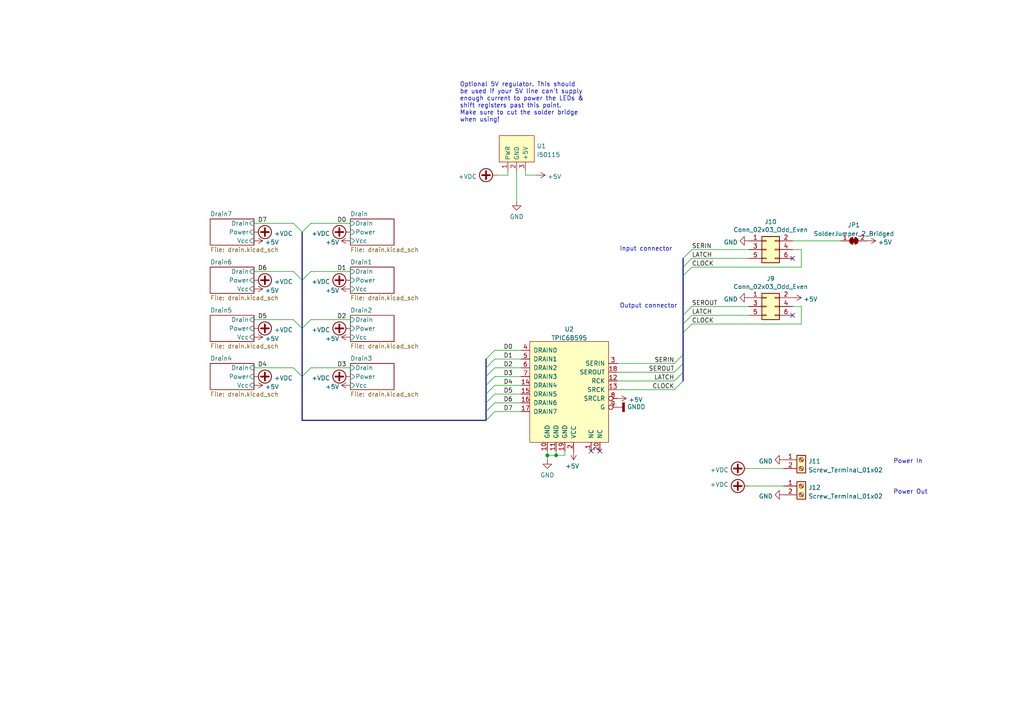
<source format=kicad_sch>
(kicad_sch (version 20211123) (generator eeschema)
  (paper "A4")
  (title_block (title "Power Shift Register - Daughter Board") (date "2022-03-18") (rev "0") (company "Science Museum of Minnesota") (comment 1 "Author: Kate Swanson"))
  (lib_symbols
    (symbol "+5V_1" (power) (pin_names (offset 0))
      (property "Value" "+5V_1" (at 0 3.556 0))
      (symbol "+5V_1_0_1"
        (polyline (pts (xy -0.762 1.27) (xy 0 2.54)))
        (polyline (pts (xy 0 0) (xy 0 2.54)))
        (polyline (pts (xy 0 2.54) (xy 0.762 1.27)))
      )
      (symbol "+5V_1_1_1"
        (pin power_in line (at 0 0 90) (length 0) hide (name "+5V") (number "1"))
      )
    )
    (symbol "+5V_2" (power) (pin_names (offset 0))
      (property "Value" "+5V_2" (at 0 3.556 0))
      (symbol "+5V_2_0_1"
        (polyline (pts (xy -0.762 1.27) (xy 0 2.54)))
        (polyline (pts (xy 0 0) (xy 0 2.54)))
        (polyline (pts (xy 0 2.54) (xy 0.762 1.27)))
      )
      (symbol "+5V_2_1_1"
        (pin power_in line (at 0 0 90) (length 0) hide (name "+5V") (number "1"))
      )
    )
    (symbol "+5V_4" (power) (pin_names (offset 0))
      (property "Value" "+5V_4" (at 0 3.556 0))
      (symbol "+5V_4_0_1"
        (polyline (pts (xy -0.762 1.27) (xy 0 2.54)))
        (polyline (pts (xy 0 0) (xy 0 2.54)))
        (polyline (pts (xy 0 2.54) (xy 0.762 1.27)))
      )
      (symbol "+5V_4_1_1"
        (pin power_in line (at 0 0 90) (length 0) hide (name "+5V") (number "1"))
      )
    )
    (symbol "Connector:Screw_Terminal_01x02" (pin_names (offset 1.016) hide)
      (property "Reference" "J" (at 0 2.54 0))
      (property "Value" "Screw_Terminal_01x02" (at 0 -5.08 0))
      (symbol "Screw_Terminal_01x02_1_1"
        (rectangle (start -1.27 1.27) (end 1.27 -3.81) (stroke (width 0.254)) (fill (type background)))
        (circle (center 0 -2.54) (radius 0.635) (stroke (width 0.1524)))
        (polyline (pts (xy -0.5334 -2.2098) (xy 0.3302 -3.048)) (stroke (width 0.1524)))
        (polyline (pts (xy -0.5334 0.3302) (xy 0.3302 -0.508)) (stroke (width 0.1524)))
        (polyline (pts (xy -0.3556 -2.032) (xy 0.508 -2.8702)) (stroke (width 0.1524)))
        (polyline (pts (xy -0.3556 0.508) (xy 0.508 -0.3302)) (stroke (width 0.1524)))
        (circle (center 0 0) (radius 0.635) (stroke (width 0.1524)))
        (pin passive line (at -5.08 0 0) (length 3.81) (name "Pin_1") (number "1"))
        (pin passive line (at -5.08 -2.54 0) (length 3.81) (name "Pin_2") (number "2"))
      )
    )
    (symbol "Connector_Generic:Conn_02x03_Odd_Even" (pin_names (offset 1.016) hide)
      (property "Reference" "J" (at 1.27 5.08 0))
      (property "Value" "Connector_Generic_Conn_02x03_Odd_Even" (at 1.27 -5.08 0))
      (symbol "Conn_02x03_Odd_Even_1_1"
        (rectangle (start -1.27 -2.413) (end 0 -2.667) (stroke (width 0.1524)))
        (rectangle (start -1.27 0.127) (end 0 -0.127) (stroke (width 0.1524)))
        (rectangle (start -1.27 2.667) (end 0 2.413) (stroke (width 0.1524)))
        (rectangle (start -1.27 3.81) (end 3.81 -3.81) (stroke (width 0.254)) (fill (type background)))
        (rectangle (start 3.81 -2.413) (end 2.54 -2.667) (stroke (width 0.1524)))
        (rectangle (start 3.81 0.127) (end 2.54 -0.127) (stroke (width 0.1524)))
        (rectangle (start 3.81 2.667) (end 2.54 2.413) (stroke (width 0.1524)))
        (pin passive line (at -5.08 2.54 0) (length 3.81) (name "Pin_1") (number "1"))
        (pin passive line (at 7.62 2.54 180) (length 3.81) (name "Pin_2") (number "2"))
        (pin passive line (at -5.08 0 0) (length 3.81) (name "Pin_3") (number "3"))
        (pin passive line (at 7.62 0 180) (length 3.81) (name "Pin_4") (number "4"))
        (pin passive line (at -5.08 -2.54 0) (length 3.81) (name "Pin_5") (number "5"))
        (pin passive line (at 7.62 -2.54 180) (length 3.81) (name "Pin_6") (number "6"))
      )
    )
    (symbol "Jumper:SolderJumper_2_Bridged" (pin_names (offset 0) hide)
      (property "Reference" "JP" (at 0 2.032 0))
      (property "Value" "SolderJumper_2_Bridged" (at 0 -2.54 0))
      (symbol "SolderJumper_2_Bridged_0_1"
        (rectangle (start -0.508 0.508) (end 0.508 -0.508) (fill (type outline)))
        (arc (start -0.254 1.016) (mid -1.27 0) (end -0.254 -1.016))
        (arc (start -0.254 1.016) (mid -1.27 0) (end -0.254 -1.016) (fill (type outline)))
        (polyline (pts (xy -0.254 1.016) (xy -0.254 -1.016)))
        (polyline (pts (xy 0.254 1.016) (xy 0.254 -1.016)))
        (arc (start 0.254 -1.016) (mid 1.27 0) (end 0.254 1.016))
        (arc (start 0.254 -1.016) (mid 1.27 0) (end 0.254 1.016) (fill (type outline)))
      )
      (symbol "SolderJumper_2_Bridged_1_1"
        (pin passive line (at -3.81 0 0) (length 2.54) (name "A") (number "1"))
        (pin passive line (at 3.81 0 180) (length 2.54) (name "B") (number "2"))
      )
    )
    (symbol "SMM:I50115"
      (property "Reference" "U" (at 0 0 0))
      (property "Value" "I50115" (at 0 -2.54 0))
      (symbol "I50115_0_1"
        (rectangle (start -5.08 -1.27) (end 5.08 -8.89) (stroke (width 0.1524)) (fill (type background)))
      )
      (symbol "I50115_1_1"
        (pin power_in line (at -2.54 -11.43 90) (length 2.54) (name "PWR") (number "1"))
        (pin unspecified line (at 0 -11.43 90) (length 2.54) (name "GND") (number "2"))
        (pin power_out line (at 2.54 -11.43 90) (length 2.54) (name "+5V") (number "3"))
      )
    )
    (symbol "SMM:TPIC6B595" (pin_names (offset 1.016))
      (property "Reference" "U" (at 0 0 0))
      (property "Value" "TPIC6B595" (at 0 -12.7 90))
      (symbol "TPIC6B595_0_1"
        (rectangle (start -11.43 -1.27) (end 11.43 -30.48) (fill (type background)))
      )
      (symbol "TPIC6B595_1_1"
        (pin power_in line (at 6.35 -33.02 90) (length 2.54) (name "NC") (number "1"))
        (pin power_in line (at -6.35 -33.02 90) (length 2.54) (name "GND") (number "10"))
        (pin power_in line (at -3.81 -33.02 90) (length 2.54) (name "GND") (number "11"))
        (pin input line (at 13.97 -12.7 180) (length 2.54) (name "RCK") (number "12"))
        (pin input line (at 13.97 -15.24 180) (length 2.54) (name "SRCK") (number "13"))
        (pin open_collector line (at -13.97 -13.97 0) (length 2.54) (name "DRAIN4") (number "14"))
        (pin open_collector line (at -13.97 -16.51 0) (length 2.54) (name "DRAIN5") (number "15"))
        (pin open_collector line (at -13.97 -19.05 0) (length 2.54) (name "DRAIN6") (number "16"))
        (pin open_collector line (at -13.97 -21.59 0) (length 2.54) (name "DRAIN7") (number "17"))
        (pin output line (at 13.97 -10.16 180) (length 2.54) (name "SEROUT") (number "18"))
        (pin power_in line (at -1.27 -33.02 90) (length 2.54) (name "GND") (number "19"))
        (pin power_in line (at 1.27 -33.02 90) (length 2.54) (name "VCC") (number "2"))
        (pin power_in line (at 8.89 -33.02 90) (length 2.54) (name "NC") (number "20"))
        (pin input line (at 13.97 -7.62 180) (length 2.54) (name "SERIN") (number "3"))
        (pin open_collector line (at -13.97 -3.81 0) (length 2.54) (name "DRAIN0") (number "4"))
        (pin open_collector line (at -13.97 -6.35 0) (length 2.54) (name "DRAIN1") (number "5"))
        (pin open_collector line (at -13.97 -8.89 0) (length 2.54) (name "DRAIN2") (number "6"))
        (pin open_collector line (at -13.97 -11.43 0) (length 2.54) (name "DRAIN3") (number "7"))
        (pin input inverted (at 13.97 -17.78 180) (length 2.54) (name "SRCLR") (number "8"))
        (pin input inverted (at 13.97 -20.32 180) (length 2.54) (name "G") (number "9"))
      )
    )
    (symbol "power:+5V" (power) (pin_names (offset 0))
      (property "Value" "power_+5V" (at 0 3.556 0))
      (symbol "+5V_0_1"
        (polyline (pts (xy -0.762 1.27) (xy 0 2.54)))
        (polyline (pts (xy 0 0) (xy 0 2.54)))
        (polyline (pts (xy 0 2.54) (xy 0.762 1.27)))
      )
      (symbol "+5V_1_1"
        (pin power_in line (at 0 0 90) (length 0) hide (name "+5V") (number "1"))
      )
    )
    (symbol "power:+VDC" (power) (pin_names (offset 0))
      (property "Value" "+VDC" (at 0 6.35 0))
      (symbol "+VDC_0_1"
        (polyline (pts (xy -1.143 3.175) (xy 1.143 3.175)) (stroke (width 0.508)))
        (polyline (pts (xy 0 0) (xy 0 1.27)))
        (polyline (pts (xy 0 2.032) (xy 0 4.318)) (stroke (width 0.508)))
        (circle (center 0 3.175) (radius 1.905) (stroke (width 0.254)))
      )
      (symbol "+VDC_1_1"
        (pin power_in line (at 0 0 90) (length 0) hide (name "+VDC") (number "1"))
      )
    )
    (symbol "power:GND" (power) (pin_names (offset 0))
      (property "Value" "GND" (at 0 -3.81 0))
      (symbol "GND_0_1"
        (polyline (pts (xy 0 0) (xy 0 -1.27) (xy 1.27 -1.27) (xy 0 -2.54) (xy -1.27 -1.27) (xy 0 -1.27)))
      )
      (symbol "GND_1_1"
        (pin power_in line (at 0 0 270) (length 0) hide (name "GND") (number "1"))
      )
    )
    (symbol "power:GNDD" (power) (pin_names (offset 0))
      (property "Value" "power_GNDD" (at 0 -3.175 0))
      (symbol "GNDD_0_1"
        (rectangle (start -1.27 -1.524) (end 1.27 -2.032) (stroke (width 0.254)) (fill (type outline)))
        (polyline (pts (xy 0 0) (xy 0 -1.524)))
      )
      (symbol "GNDD_1_1"
        (pin power_in line (at 0 0 270) (length 0) hide (name "GNDD") (number "1"))
      )
    )
  )
  (junction (at 161.29 132.08))
  (junction (at 158.75 132.08))
  (no_connect (at 229.87 91.44))
  (no_connect (at 171.45 130.81))
  (no_connect (at 173.99 130.81))
  (no_connect (at 229.87 74.93))
  (bus_entry (at 143.51 114.3) (size -2.54 2.54))
  (bus_entry (at 195.58 113.03) (size 2.54 -2.54))
  (bus_entry (at 85.09 92.71) (size 2.54 2.54))
  (bus_entry (at 90.17 92.71) (size -2.54 2.54))
  (bus_entry (at 200.66 72.39) (size -2.54 2.54))
  (bus_entry (at 200.66 77.47) (size -2.54 2.54))
  (bus_entry (at 143.51 119.38) (size -2.54 2.54))
  (bus_entry (at 200.66 88.9) (size -2.54 2.54))
  (bus_entry (at 200.66 91.44) (size -2.54 2.54))
  (bus_entry (at 143.51 101.6) (size -2.54 2.54))
  (bus_entry (at 200.66 74.93) (size -2.54 2.54))
  (bus_entry (at 195.58 110.49) (size 2.54 -2.54))
  (bus_entry (at 90.17 78.74) (size -2.54 2.54))
  (bus_entry (at 200.66 93.98) (size -2.54 2.54))
  (bus_entry (at 85.09 106.68) (size 2.54 2.54))
  (bus_entry (at 90.17 106.68) (size -2.54 2.54))
  (bus_entry (at 195.58 107.95) (size 2.54 -2.54))
  (bus_entry (at 195.58 105.41) (size 2.54 -2.54))
  (bus_entry (at 85.09 78.74) (size 2.54 2.54))
  (bus_entry (at 90.17 64.77) (size -2.54 2.54))
  (bus_entry (at 143.51 111.76) (size -2.54 2.54))
  (bus_entry (at 143.51 106.68) (size -2.54 2.54))
  (bus_entry (at 85.09 64.77) (size 2.54 2.54))
  (bus_entry (at 143.51 109.22) (size -2.54 2.54))
  (bus_entry (at 143.51 116.84) (size -2.54 2.54))
  (bus_entry (at 143.51 104.14) (size -2.54 2.54))
  (wire (pts (xy 232.41 88.9) (xy 232.41 93.98)))
  (wire (pts (xy 229.87 88.9) (xy 232.41 88.9)))
  (bus (pts (xy 87.63 67.31) (xy 87.63 81.28)))
  (bus (pts (xy 198.12 80.01) (xy 198.12 91.44)))
  (wire (pts (xy 143.51 114.3) (xy 151.13 114.3)))
  (bus (pts (xy 198.12 102.87) (xy 198.12 105.41)))
  (wire (pts (xy 195.58 105.41) (xy 179.07 105.41)))
  (wire (pts (xy 229.87 72.39) (xy 232.41 72.39)))
  (wire (pts (xy 200.66 88.9) (xy 217.17 88.9)))
  (wire (pts (xy 90.17 64.77) (xy 101.6 64.77)))
  (bus (pts (xy 198.12 91.44) (xy 198.12 93.98)))
  (bus (pts (xy 87.63 109.22) (xy 87.63 121.92)))
  (wire (pts (xy 200.66 93.98) (xy 232.41 93.98)))
  (bus (pts (xy 198.12 107.95) (xy 198.12 110.49)))
  (wire (pts (xy 90.17 92.71) (xy 101.6 92.71)))
  (bus (pts (xy 198.12 105.41) (xy 198.12 107.95)))
  (wire (pts (xy 90.17 78.74) (xy 101.6 78.74)))
  (wire (pts (xy 200.66 74.93) (xy 217.17 74.93)))
  (wire (pts (xy 179.07 113.03) (xy 195.58 113.03)))
  (wire (pts (xy 158.75 132.08) (xy 158.75 130.81)))
  (bus (pts (xy 140.97 104.14) (xy 140.97 106.68)))
  (bus (pts (xy 140.97 109.22) (xy 140.97 111.76)))
  (wire (pts (xy 200.66 77.47) (xy 232.41 77.47)))
  (bus (pts (xy 198.12 74.93) (xy 198.12 77.47)))
  (wire (pts (xy 143.51 116.84) (xy 151.13 116.84)))
  (bus (pts (xy 140.97 106.68) (xy 140.97 109.22)))
  (wire (pts (xy 161.29 132.08) (xy 163.83 132.08)))
  (wire (pts (xy 85.09 78.74) (xy 73.66 78.74)))
  (wire (pts (xy 149.86 49.53) (xy 149.86 58.42)))
  (wire (pts (xy 155.575 50.8) (xy 152.4 50.8)))
  (wire (pts (xy 229.87 69.85) (xy 243.84 69.85)))
  (wire (pts (xy 163.83 132.08) (xy 163.83 130.81)))
  (wire (pts (xy 152.4 50.8) (xy 152.4 49.53)))
  (wire (pts (xy 90.17 106.68) (xy 101.6 106.68)))
  (wire (pts (xy 144.145 50.8) (xy 147.32 50.8)))
  (bus (pts (xy 87.63 95.25) (xy 87.63 109.22)))
  (bus (pts (xy 140.97 116.84) (xy 140.97 119.38)))
  (wire (pts (xy 85.09 92.71) (xy 73.66 92.71)))
  (wire (pts (xy 147.32 50.8) (xy 147.32 49.53)))
  (bus (pts (xy 87.63 81.28) (xy 87.63 95.25)))
  (wire (pts (xy 143.51 111.76) (xy 151.13 111.76)))
  (wire (pts (xy 217.17 140.97) (xy 227.33 140.97)))
  (wire (pts (xy 143.51 104.14) (xy 151.13 104.14)))
  (wire (pts (xy 143.51 109.22) (xy 151.13 109.22)))
  (bus (pts (xy 140.97 111.76) (xy 140.97 114.3)))
  (wire (pts (xy 161.29 132.08) (xy 161.29 130.81)))
  (wire (pts (xy 217.17 135.89) (xy 227.33 135.89)))
  (wire (pts (xy 85.09 106.68) (xy 73.66 106.68)))
  (bus (pts (xy 140.97 119.38) (xy 140.97 121.92)))
  (wire (pts (xy 232.41 72.39) (xy 232.41 77.47)))
  (wire (pts (xy 200.66 72.39) (xy 217.17 72.39)))
  (wire (pts (xy 143.51 119.38) (xy 151.13 119.38)))
  (wire (pts (xy 143.51 101.6) (xy 151.13 101.6)))
  (wire (pts (xy 158.75 132.08) (xy 158.75 133.35)))
  (wire (pts (xy 158.75 132.08) (xy 161.29 132.08)))
  (bus (pts (xy 198.12 93.98) (xy 198.12 96.52)))
  (bus (pts (xy 198.12 77.47) (xy 198.12 80.01)))
  (wire (pts (xy 200.66 91.44) (xy 217.17 91.44)))
  (wire (pts (xy 85.09 64.77) (xy 73.66 64.77)))
  (bus (pts (xy 87.63 121.92) (xy 140.97 121.92)))
  (wire (pts (xy 143.51 106.68) (xy 151.13 106.68)))
  (wire (pts (xy 195.58 110.49) (xy 179.07 110.49)))
  (wire (pts (xy 195.58 107.95) (xy 179.07 107.95)))
  (bus (pts (xy 198.12 96.52) (xy 198.12 102.87)))
  (bus (pts (xy 140.97 114.3) (xy 140.97 116.84)))
  (text "Power Out\n" (at 259.08 143.51 0) (effects (font (size 1.27 1.27)) (justify left bottom)))
  (text "Output connector\n" (at 179.705 89.535 0) (effects (font (size 1.27 1.27)) (justify left bottom)))
  (text "Input connector\n" (at 179.705 73.025 0) (effects (font (size 1.27 1.27)) (justify left bottom)))
  (text "Optional 5V regulator. This should\nbe used if your 5V line can't supply\nenough current to power the LEDs &\nshift registers past this point.\nMake sure to cut the solder bridge\nwhen using!" (at 133.35 35.56 0) (effects (font (size 1.27 1.27)) (justify left bottom)))
  (text "Power In\n" (at 259.08 134.62 0) (effects (font (size 1.27 1.27)) (justify left bottom)))
  (label "SERIN" (at 195.58 105.41 180))
  (label "SEROUT" (at 200.66 88.9 0))
  (label "D4" (at 77.47 106.68 180))
  (label "LATCH" (at 195.58 110.49 180))
  (label "D0" (at 97.79 64.77 0))
  (label "LATCH" (at 200.66 74.93 0))
  (label "D0" (at 146.05 101.6 0))
  (label "D3" (at 146.05 109.22 0))
  (label "D5" (at 77.47 92.71 180))
  (label "LATCH" (at 200.66 91.44 0))
  (label "SERIN" (at 200.66 72.39 0))
  (label "D2" (at 146.05 106.68 0))
  (label "CLOCK" (at 200.66 77.47 0))
  (label "D6" (at 146.05 116.84 0))
  (label "D2" (at 97.79 92.71 0))
  (label "D5" (at 146.05 114.3 0))
  (label "D4" (at 146.05 111.76 0))
  (label "D7" (at 146.05 119.38 0))
  (label "D7" (at 77.47 64.77 180))
  (label "D1" (at 97.79 78.74 0))
  (label "CLOCK" (at 195.58 113.03 180))
  (label "D1" (at 146.05 104.14 0))
  (label "D6" (at 77.47 78.74 180))
  (label "CLOCK" (at 200.66 93.98 0))
  (label "D3" (at 97.79 106.68 0))
  (label "SEROUT" (at 195.58 107.95 180))
  (symbol (lib_id "Connector_Generic:Conn_02x03_Odd_Even") (at 222.25 88.9 0) (unit 1)
    (property "Reference" "J9" (at 223.52 80.8482 0))
    (property "Value" "Conn_02x03_Odd_Even" (at 223.52 83.1596 0))
    (property "Footprint" "Connector_IDC:IDC-Header_2x03_P2.54mm_Vertical" (effects hide))
  )
  (symbol (lib_id "power:+5V") (at 166.37 130.81 180) (unit 1)
    (property "Reference" "#PWR025" (effects hide))
    (property "Value" "+5V" (at 165.989 135.2042 0))
  )
  (symbol (lib_id "power:+5V") (at 179.07 115.57 270) (unit 1)
    (property "Reference" "#PWR026" (effects hide))
    (property "Value" "+5V" (at 182.3212 115.951 90) (effects (justify left)))
  )
  (symbol (lib_id "power:GNDD") (at 179.07 118.11 90) (unit 1)
    (property "Reference" "#PWR027" (effects hide))
    (property "Value" "GNDD" (at 181.864 118.0084 90) (effects (justify right)))
  )
  (symbol (lib_name "+5V_1") (lib_id "power:+5V") (at 73.66 69.85 270) (mirror x) (unit 1)
    (property "Reference" "#PWR0112" (effects hide))
    (property "Value" "+5V" (at 76.8349 70.2838 90) (effects (justify left)))
  )
  (symbol (lib_id "power:GND") (at 149.86 58.42 0) (unit 1)
    (property "Reference" "#PWR0106" (effects hide))
    (property "Value" "GND" (at 149.86 62.8634 0))
  )
  (symbol (lib_id "power:+VDC") (at 73.66 81.28 270) (mirror x) (unit 1)
    (property "Reference" "#PWR0116" (effects hide))
    (property "Value" "+VDC" (at 79.502 81.7138 90) (effects (justify left)))
  )
  (symbol (lib_name "+5V_4") (lib_id "power:+5V") (at 229.87 86.36 270) (unit 1)
    (property "Reference" "#PWR017" (effects hide))
    (property "Value" "+5V" (at 233.045 86.7938 90) (effects (justify left)))
  )
  (symbol (lib_id "power:GND") (at 217.17 86.36 270) (unit 1)
    (property "Reference" "#PWR0101" (effects hide))
    (property "Value" "GND" (at 213.9951 86.7938 90) (effects (justify right)))
  )
  (symbol (lib_id "power:+VDC") (at 144.145 50.8 90) (unit 1)
    (property "Reference" "#PWR018" (effects hide))
    (property "Value" "+VDC" (at 138.303 51.2338 90) (effects (justify left)))
  )
  (symbol (lib_id "power:+VDC") (at 73.66 67.31 270) (mirror x) (unit 1)
    (property "Reference" "#PWR0111" (effects hide))
    (property "Value" "+VDC" (at 79.502 67.7438 90) (effects (justify left)))
  )
  (symbol (lib_id "power:GND") (at 158.75 133.35 0) (unit 1)
    (property "Reference" "#PWR0105" (effects hide))
    (property "Value" "GND" (at 158.75 137.7934 0))
  )
  (symbol (lib_name "+5V_1") (lib_id "power:+5V") (at 101.6 83.82 90) (unit 1)
    (property "Reference" "#PWR0110" (effects hide))
    (property "Value" "+5V" (at 98.4251 84.2538 90) (effects (justify left)))
  )
  (symbol (lib_id "power:+VDC") (at 101.6 81.28 90) (unit 1)
    (property "Reference" "#PWR0109" (effects hide))
    (property "Value" "+VDC" (at 95.758 81.7138 90) (effects (justify left)))
  )
  (symbol (lib_id "Connector:Screw_Terminal_01x02") (at 232.41 140.97 0) (unit 1)
    (property "Reference" "J12" (at 234.442 141.4053 0) (effects (justify left)))
    (property "Value" "Screw_Terminal_01x02" (at 234.442 143.9422 0) (effects (justify left)))
    (property "Footprint" "SMM:TerminalBlock-2_P5.08mm_large" (effects hide))
  )
  (symbol (lib_id "power:GND") (at 227.33 133.35 270) (unit 1)
    (property "Reference" "#PWR0102" (effects hide))
    (property "Value" "GND" (at 224.1551 133.7838 90) (effects (justify right)))
  )
  (symbol (lib_id "SMM:I50115") (at 149.86 38.1 0) (unit 1)
    (property "Reference" "U1" (at 155.6512 42.3453 0) (effects (justify left)))
    (property "Value" "I50115" (at 155.6512 44.8822 0) (effects (justify left)))
    (property "Footprint" "SMM:I50115" (effects hide))
  )
  (symbol (lib_name "+5V_4") (lib_id "power:+5V") (at 251.46 69.85 270) (unit 1)
    (property "Reference" "#PWR034" (effects hide))
    (property "Value" "+5V" (at 254.635 70.2838 90) (effects (justify left)))
  )
  (symbol (lib_id "power:+VDC") (at 217.17 140.97 90) (mirror x) (unit 1)
    (property "Reference" "#PWR031" (effects hide))
    (property "Value" "+VDC" (at 211.328 140.5362 90) (effects (justify left)))
  )
  (symbol (lib_id "Jumper:SolderJumper_2_Bridged") (at 247.65 69.85 0) (unit 1)
    (property "Reference" "JP1" (at 247.65 65.2612 0))
    (property "Value" "SolderJumper_2_Bridged" (at 247.65 67.7981 0))
    (property "Footprint" "Jumper:SolderJumper-2_P1.3mm_Bridged_RoundedPad1.0x1.5mm" (effects hide))
  )
  (symbol (lib_id "power:+VDC") (at 101.6 109.22 90) (unit 1)
    (property "Reference" "#PWR0107" (effects hide))
    (property "Value" "+VDC" (at 95.758 109.6538 90) (effects (justify left)))
  )
  (symbol (lib_name "+5V_1") (lib_id "power:+5V") (at 101.6 97.79 90) (unit 1)
    (property "Reference" "#PWR0121" (effects hide))
    (property "Value" "+5V" (at 98.4251 98.2238 90) (effects (justify left)))
  )
  (symbol (lib_id "power:GND") (at 227.33 143.51 270) (unit 1)
    (property "Reference" "#PWR0103" (effects hide))
    (property "Value" "GND" (at 224.1551 143.9438 90) (effects (justify right)))
  )
  (symbol (lib_id "power:+VDC") (at 73.66 109.22 270) (mirror x) (unit 1)
    (property "Reference" "#PWR0117" (effects hide))
    (property "Value" "+VDC" (at 79.502 109.6538 90) (effects (justify left)))
  )
  (symbol (lib_name "+5V_1") (lib_id "power:+5V") (at 101.6 69.85 90) (unit 1)
    (property "Reference" "#PWR0120" (effects hide))
    (property "Value" "+5V" (at 98.4251 70.2838 90) (effects (justify left)))
  )
  (symbol (lib_id "power:+VDC") (at 101.6 67.31 90) (unit 1)
    (property "Reference" "#PWR0119" (effects hide))
    (property "Value" "+VDC" (at 95.758 67.7438 90) (effects (justify left)))
  )
  (symbol (lib_id "Connector:Screw_Terminal_01x02") (at 232.41 133.35 0) (unit 1)
    (property "Reference" "J11" (at 234.442 133.7853 0) (effects (justify left)))
    (property "Value" "Screw_Terminal_01x02" (at 234.442 136.3222 0) (effects (justify left)))
    (property "Footprint" "SMM:TerminalBlock-2_P5.08mm_large" (effects hide))
  )
  (symbol (lib_name "+5V_1") (lib_id "power:+5V") (at 73.66 97.79 270) (mirror x) (unit 1)
    (property "Reference" "#PWR0114" (effects hide))
    (property "Value" "+5V" (at 76.8349 98.2238 90) (effects (justify left)))
  )
  (symbol (lib_id "SMM:TPIC6B595") (at 165.1 97.79 0) (unit 1)
    (property "Reference" "U2" (at 165.1 95.4872 0))
    (property "Value" "TPIC6B595" (at 165.1 98.0241 0))
    (property "Footprint" "Package_DIP:DIP-20_W7.62mm_Socket" (effects hide))
  )
  (symbol (lib_id "power:+VDC") (at 101.6 95.25 90) (unit 1)
    (property "Reference" "#PWR0122" (effects hide))
    (property "Value" "+VDC" (at 95.758 95.6838 90) (effects (justify left)))
  )
  (symbol (lib_id "power:+VDC") (at 73.66 95.25 270) (mirror x) (unit 1)
    (property "Reference" "#PWR0113" (effects hide))
    (property "Value" "+VDC" (at 79.502 95.6838 90) (effects (justify left)))
  )
  (symbol (lib_name "+5V_2") (lib_id "power:+5V") (at 155.575 50.8 270) (unit 1)
    (property "Reference" "#PWR020" (effects hide))
    (property "Value" "+5V" (at 158.75 51.2338 90) (effects (justify left)))
  )
  (symbol (lib_id "power:+VDC") (at 217.17 135.89 90) (unit 1)
    (property "Reference" "#PWR023" (effects hide))
    (property "Value" "+VDC" (at 211.328 136.3238 90) (effects (justify left)))
  )
  (symbol (lib_name "+5V_1") (lib_id "power:+5V") (at 73.66 83.82 270) (mirror x) (unit 1)
    (property "Reference" "#PWR0115" (effects hide))
    (property "Value" "+5V" (at 76.8349 84.2538 90) (effects (justify left)))
  )
  (symbol (lib_id "power:GND") (at 217.17 69.85 270) (unit 1)
    (property "Reference" "#PWR0104" (effects hide))
    (property "Value" "GND" (at 213.9951 70.2838 90) (effects (justify right)))
  )
  (symbol (lib_name "+5V_1") (lib_id "power:+5V") (at 73.66 111.76 270) (mirror x) (unit 1)
    (property "Reference" "#PWR0118" (effects hide))
    (property "Value" "+5V" (at 76.8349 112.1938 90) (effects (justify left)))
  )
  (symbol (lib_id "Connector_Generic:Conn_02x03_Odd_Even") (at 222.25 72.39 0) (unit 1)
    (property "Reference" "J10" (at 223.52 64.3382 0))
    (property "Value" "Conn_02x03_Odd_Even" (at 223.52 66.6496 0))
    (property "Footprint" "Connector_IDC:IDC-Header_2x03_P2.54mm_Vertical" (effects hide))
  )
  (symbol (lib_name "+5V_1") (lib_id "power:+5V") (at 101.6 111.76 90) (unit 1)
    (property "Reference" "#PWR0108" (effects hide))
    (property "Value" "+5V" (at 98.4251 112.1938 90) (effects (justify left)))
  )
  (sheet (at 101.6 91.44) (size 12.7 7.62) (stroke (width 0.1524))
    (property "Sheet name" "Drain2" (at 101.6 90.7284 0) (effects (justify left bottom)))
    (property "Sheet file" "drain.kicad_sch" (at 101.6 99.6446 0) (effects (justify left top)))
    (pin "Power" input (at 101.6 95.25 180))
    (pin "Drain" input (at 101.6 92.71 180))
    (pin "Vcc" input (at 101.6 97.79 180))
  )
  (sheet (at 101.6 77.47) (size 12.7 7.62) (stroke (width 0.1524))
    (property "Sheet name" "Drain1" (at 101.6 76.7584 0) (effects (justify left bottom)))
    (property "Sheet file" "drain.kicad_sch" (at 101.6 85.6746 0) (effects (justify left top)))
    (pin "Power" input (at 101.6 81.28 180))
    (pin "Drain" input (at 101.6 78.74 180))
    (pin "Vcc" input (at 101.6 83.82 180))
  )
  (sheet (at 60.96 77.47) (size 12.7 7.62) (stroke (width 0.1524))
    (property "Sheet name" "Drain6" (at 60.96 76.7584 0) (effects (justify left bottom)))
    (property "Sheet file" "drain.kicad_sch" (at 60.96 85.6746 0) (effects (justify left top)))
    (pin "Power" input (at 73.66 81.28 0))
    (pin "Drain" input (at 73.66 78.74 0))
    (pin "Vcc" input (at 73.66 83.82 0))
  )
  (sheet (at 60.96 105.41) (size 12.7 7.62) (stroke (width 0.1524))
    (property "Sheet name" "Drain4" (at 60.96 104.6984 0) (effects (justify left bottom)))
    (property "Sheet file" "drain.kicad_sch" (at 60.96 113.6146 0) (effects (justify left top)))
    (pin "Power" input (at 73.66 109.22 0))
    (pin "Drain" input (at 73.66 106.68 0))
    (pin "Vcc" input (at 73.66 111.76 0))
  )
  (sheet (at 60.96 63.5) (size 12.7 7.62) (stroke (width 0.1524))
    (property "Sheet name" "Drain7" (at 60.96 62.7884 0) (effects (justify left bottom)))
    (property "Sheet file" "drain.kicad_sch" (at 60.96 71.7046 0) (effects (justify left top)))
    (pin "Power" input (at 73.66 67.31 0))
    (pin "Drain" input (at 73.66 64.77 0))
    (pin "Vcc" input (at 73.66 69.85 0))
  )
  (sheet (at 101.6 63.5) (size 12.7 7.62) (stroke (width 0.1524))
    (property "Sheet name" "Drain" (at 101.6 62.7884 0) (effects (justify left bottom)))
    (property "Sheet file" "drain.kicad_sch" (at 101.6 71.7046 0) (effects (justify left top)))
    (pin "Power" input (at 101.6 67.31 180))
    (pin "Drain" input (at 101.6 64.77 180))
    (pin "Vcc" input (at 101.6 69.85 180))
  )
  (sheet (at 60.96 91.44) (size 12.7 7.62) (stroke (width 0.1524))
    (property "Sheet name" "Drain5" (at 60.96 90.7284 0) (effects (justify left bottom)))
    (property "Sheet file" "drain.kicad_sch" (at 60.96 99.6446 0) (effects (justify left top)))
    (pin "Power" input (at 73.66 95.25 0))
    (pin "Drain" input (at 73.66 92.71 0))
    (pin "Vcc" input (at 73.66 97.79 0))
  )
  (sheet (at 101.6 105.41) (size 12.7 7.62) (stroke (width 0.1524))
    (property "Sheet name" "Drain3" (at 101.6 104.6984 0) (effects (justify left bottom)))
    (property "Sheet file" "drain.kicad_sch" (at 101.6 113.6146 0) (effects (justify left top)))
    (pin "Power" input (at 101.6 109.22 180))
    (pin "Drain" input (at 101.6 106.68 180))
    (pin "Vcc" input (at 101.6 111.76 180))
  )
)
</source>
